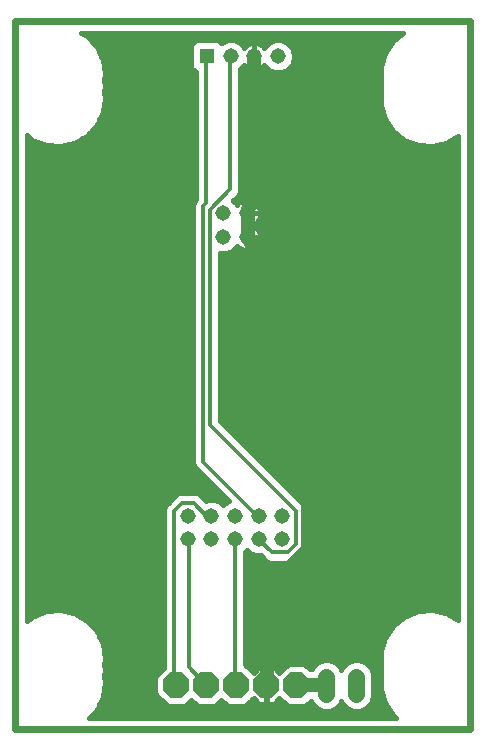
<source format=gtl>
G75*
%MOIN*%
%OFA0B0*%
%FSLAX25Y25*%
%IPPOS*%
%LPD*%
%AMOC8*
5,1,8,0,0,1.08239X$1,22.5*
%
%ADD10C,0.02400*%
%ADD11C,0.05150*%
%ADD12R,0.05150X0.05150*%
%ADD13C,0.05600*%
%ADD14OC8,0.08500*%
%ADD15C,0.01181*%
%ADD16C,0.04724*%
%ADD17C,0.01600*%
D10*
X0024406Y0031228D02*
X0175981Y0031228D01*
X0175981Y0267449D01*
X0024406Y0267449D01*
X0024406Y0031228D01*
D11*
X0081946Y0094575D03*
X0089820Y0094575D03*
X0097694Y0094575D03*
X0105568Y0094575D03*
X0113442Y0094575D03*
X0113442Y0102449D03*
X0105568Y0102449D03*
X0097694Y0102449D03*
X0089820Y0102449D03*
X0081946Y0102449D03*
X0093757Y0195362D03*
X0093757Y0203236D03*
X0101631Y0203236D03*
X0101631Y0195362D03*
X0104131Y0255638D03*
X0112005Y0255638D03*
X0096257Y0255638D03*
D12*
X0088383Y0255638D03*
D13*
X0128186Y0048713D02*
X0128186Y0043113D01*
X0138186Y0043113D02*
X0138186Y0048713D01*
D14*
X0118186Y0045913D03*
X0108186Y0045913D03*
X0098186Y0045913D03*
X0088186Y0045913D03*
X0078186Y0045913D03*
D15*
X0078048Y0046130D01*
X0077516Y0046661D01*
X0077516Y0104063D01*
X0080174Y0106720D01*
X0083894Y0106720D01*
X0088146Y0102469D01*
X0089741Y0102469D01*
X0089820Y0102449D01*
X0082300Y0094496D02*
X0081946Y0094575D01*
X0082300Y0094496D02*
X0082300Y0051976D01*
X0088146Y0046130D01*
X0088186Y0045913D01*
X0097713Y0046130D02*
X0098186Y0045913D01*
X0097713Y0046130D02*
X0097713Y0094496D01*
X0097694Y0094575D01*
X0105568Y0094575D02*
X0105686Y0094496D01*
X0109938Y0090244D01*
X0115253Y0090244D01*
X0117910Y0092902D01*
X0117910Y0104063D01*
X0089209Y0132764D01*
X0089209Y0204516D01*
X0096119Y0211425D01*
X0096119Y0255539D01*
X0096257Y0255638D01*
X0088383Y0255638D02*
X0088146Y0255539D01*
X0088146Y0206642D01*
X0087083Y0205579D01*
X0087083Y0120539D01*
X0105154Y0102469D01*
X0105568Y0102449D01*
D16*
X0122162Y0091307D02*
X0122162Y0174220D01*
X0103028Y0193354D01*
X0101631Y0195362D01*
X0101965Y0195480D01*
X0101965Y0202921D01*
X0101631Y0203236D01*
X0102497Y0205579D01*
X0104091Y0207173D01*
X0104091Y0255539D01*
X0104131Y0255638D01*
X0122162Y0091307D02*
X0108343Y0077488D01*
X0108343Y0046130D01*
X0108186Y0045913D01*
X0118186Y0045913D02*
X0118442Y0046130D01*
X0128009Y0046130D01*
X0128186Y0045913D01*
D17*
X0123082Y0040884D02*
X0123465Y0039959D01*
X0125031Y0038393D01*
X0127078Y0037545D01*
X0129293Y0037545D01*
X0131340Y0038393D01*
X0132906Y0039959D01*
X0133186Y0040633D01*
X0133465Y0039959D01*
X0135031Y0038393D01*
X0137078Y0037545D01*
X0139293Y0037545D01*
X0141340Y0038393D01*
X0142906Y0039959D01*
X0143754Y0042006D01*
X0143754Y0049821D01*
X0142906Y0051868D01*
X0141340Y0053434D01*
X0139293Y0054282D01*
X0137078Y0054282D01*
X0135031Y0053434D01*
X0133465Y0051868D01*
X0133186Y0051193D01*
X0132906Y0051868D01*
X0131340Y0053434D01*
X0129293Y0054282D01*
X0127078Y0054282D01*
X0125031Y0053434D01*
X0123465Y0051868D01*
X0123213Y0051261D01*
X0122764Y0051261D01*
X0121093Y0052932D01*
X0115279Y0052932D01*
X0112501Y0050154D01*
X0110692Y0051963D01*
X0108386Y0051963D01*
X0108386Y0046113D01*
X0107986Y0046113D01*
X0107986Y0051963D01*
X0105680Y0051963D01*
X0103871Y0050154D01*
X0101093Y0052932D01*
X0101072Y0052932D01*
X0101072Y0090397D01*
X0101631Y0090955D01*
X0102541Y0090045D01*
X0104505Y0089231D01*
X0106200Y0089231D01*
X0108035Y0087396D01*
X0109269Y0086885D01*
X0115921Y0086885D01*
X0117155Y0087396D01*
X0118100Y0088341D01*
X0120758Y0090999D01*
X0121269Y0092233D01*
X0121269Y0104731D01*
X0120758Y0105966D01*
X0119813Y0106911D01*
X0092568Y0134155D01*
X0092568Y0190071D01*
X0092694Y0190019D01*
X0094819Y0190019D01*
X0096783Y0190832D01*
X0098286Y0192335D01*
X0098340Y0192466D01*
X0098781Y0192025D01*
X0099338Y0191621D01*
X0099951Y0191308D01*
X0100606Y0191095D01*
X0101286Y0190987D01*
X0101630Y0190987D01*
X0101630Y0195362D01*
X0101631Y0195362D01*
X0101631Y0195362D01*
X0106005Y0195362D01*
X0106005Y0195018D01*
X0105898Y0194338D01*
X0105685Y0193683D01*
X0105372Y0193069D01*
X0104967Y0192512D01*
X0104481Y0192025D01*
X0103923Y0191621D01*
X0103310Y0191308D01*
X0102655Y0191095D01*
X0101975Y0190987D01*
X0101631Y0190987D01*
X0101631Y0195362D01*
X0106005Y0195362D01*
X0106005Y0195707D01*
X0105898Y0196387D01*
X0105685Y0197042D01*
X0105372Y0197655D01*
X0104967Y0198212D01*
X0104481Y0198699D01*
X0103923Y0199104D01*
X0103540Y0199299D01*
X0103923Y0199495D01*
X0104481Y0199899D01*
X0104967Y0200386D01*
X0105372Y0200943D01*
X0105685Y0201557D01*
X0105898Y0202212D01*
X0106005Y0202892D01*
X0106005Y0203236D01*
X0101631Y0203236D01*
X0101631Y0203236D01*
X0101631Y0195362D01*
X0101630Y0195362D01*
X0101630Y0199737D01*
X0101630Y0203236D01*
X0101631Y0203236D01*
X0106005Y0203236D01*
X0106005Y0203581D01*
X0105898Y0204261D01*
X0105685Y0204916D01*
X0105372Y0205529D01*
X0104967Y0206086D01*
X0104481Y0206573D01*
X0103923Y0206978D01*
X0103310Y0207291D01*
X0102655Y0207503D01*
X0101975Y0207611D01*
X0101631Y0207611D01*
X0101631Y0203236D01*
X0101630Y0203236D01*
X0101630Y0207611D01*
X0101286Y0207611D01*
X0100606Y0207503D01*
X0099951Y0207291D01*
X0099338Y0206978D01*
X0098781Y0206573D01*
X0098340Y0206133D01*
X0098286Y0206263D01*
X0096997Y0207553D01*
X0098966Y0209522D01*
X0099478Y0210757D01*
X0099478Y0251302D01*
X0100786Y0252611D01*
X0100840Y0252741D01*
X0101281Y0252301D01*
X0101838Y0251896D01*
X0102451Y0251584D01*
X0103106Y0251371D01*
X0103786Y0251263D01*
X0104130Y0251263D01*
X0104130Y0255638D01*
X0104130Y0260013D01*
X0103786Y0260013D01*
X0103106Y0259905D01*
X0102451Y0259692D01*
X0101838Y0259379D01*
X0101281Y0258975D01*
X0100840Y0258534D01*
X0100786Y0258665D01*
X0099283Y0260168D01*
X0097319Y0260981D01*
X0095194Y0260981D01*
X0093230Y0260168D01*
X0093074Y0260011D01*
X0092526Y0260560D01*
X0091508Y0260981D01*
X0085257Y0260981D01*
X0084240Y0260560D01*
X0083461Y0259781D01*
X0083039Y0258763D01*
X0083039Y0252512D01*
X0083461Y0251495D01*
X0084240Y0250716D01*
X0084787Y0250489D01*
X0084787Y0208033D01*
X0084236Y0207481D01*
X0083724Y0206247D01*
X0083724Y0119871D01*
X0084236Y0118637D01*
X0095534Y0107338D01*
X0094667Y0106979D01*
X0093757Y0106068D01*
X0092846Y0106979D01*
X0090882Y0107792D01*
X0088757Y0107792D01*
X0087920Y0107445D01*
X0086742Y0108623D01*
X0085797Y0109568D01*
X0084563Y0110080D01*
X0079506Y0110080D01*
X0078271Y0109568D01*
X0075614Y0106911D01*
X0074669Y0105966D01*
X0074157Y0104731D01*
X0074157Y0051811D01*
X0071167Y0048821D01*
X0071167Y0043006D01*
X0075279Y0038895D01*
X0081093Y0038895D01*
X0083186Y0040988D01*
X0085279Y0038895D01*
X0091093Y0038895D01*
X0093186Y0040988D01*
X0095279Y0038895D01*
X0101093Y0038895D01*
X0103871Y0041673D01*
X0105680Y0039863D01*
X0107986Y0039863D01*
X0107986Y0045713D01*
X0108386Y0045713D01*
X0108386Y0039863D01*
X0110692Y0039863D01*
X0112501Y0041673D01*
X0115279Y0038895D01*
X0121093Y0038895D01*
X0123082Y0040884D01*
X0123700Y0039724D02*
X0121922Y0039724D01*
X0125677Y0038125D02*
X0051667Y0038125D01*
X0051543Y0037869D02*
X0053634Y0042211D01*
X0053634Y0042211D01*
X0054353Y0046976D01*
X0054056Y0048945D01*
X0054353Y0050913D01*
X0073260Y0050913D01*
X0074157Y0052512D02*
X0054112Y0052512D01*
X0054056Y0052882D02*
X0054353Y0054850D01*
X0053634Y0059616D01*
X0051543Y0063958D01*
X0048266Y0067490D01*
X0048266Y0067490D01*
X0044092Y0069900D01*
X0039394Y0070972D01*
X0034588Y0070612D01*
X0030102Y0068851D01*
X0028375Y0067474D01*
X0028375Y0229235D01*
X0030102Y0227857D01*
X0030102Y0227857D01*
X0034588Y0226097D01*
X0034588Y0226097D01*
X0039394Y0225737D01*
X0044092Y0226809D01*
X0048266Y0229218D01*
X0048266Y0229218D01*
X0051543Y0232751D01*
X0053634Y0237093D01*
X0053634Y0237093D01*
X0054353Y0241858D01*
X0054056Y0243827D01*
X0054353Y0245795D01*
X0054056Y0247764D01*
X0054353Y0249732D01*
X0053634Y0254498D01*
X0051543Y0258839D01*
X0048266Y0262372D01*
X0046346Y0263480D01*
X0153801Y0263480D01*
X0150350Y0260729D01*
X0150350Y0260729D01*
X0147636Y0256747D01*
X0146215Y0252142D01*
X0146215Y0239449D01*
X0147636Y0234844D01*
X0150350Y0230862D01*
X0150350Y0230862D01*
X0150350Y0230862D01*
X0154118Y0227857D01*
X0158604Y0226097D01*
X0163410Y0225737D01*
X0168108Y0226809D01*
X0172012Y0229063D01*
X0172012Y0067645D01*
X0168108Y0069900D01*
X0163410Y0070972D01*
X0163410Y0070972D01*
X0158604Y0070612D01*
X0158604Y0070612D01*
X0154118Y0068851D01*
X0150350Y0065847D01*
X0150350Y0065847D01*
X0147636Y0061865D01*
X0146215Y0057260D01*
X0146215Y0044567D01*
X0147636Y0039962D01*
X0147636Y0039962D01*
X0150350Y0035980D01*
X0150350Y0035980D01*
X0150350Y0035980D01*
X0151332Y0035197D01*
X0049064Y0035197D01*
X0051543Y0037869D01*
X0051543Y0037869D01*
X0050298Y0036527D02*
X0149977Y0036527D01*
X0148888Y0038125D02*
X0140695Y0038125D01*
X0142671Y0039724D02*
X0147798Y0039724D01*
X0147216Y0041322D02*
X0143471Y0041322D01*
X0143754Y0042921D02*
X0146723Y0042921D01*
X0146230Y0044519D02*
X0143754Y0044519D01*
X0143754Y0046118D02*
X0146215Y0046118D01*
X0146215Y0047716D02*
X0143754Y0047716D01*
X0143754Y0049315D02*
X0146215Y0049315D01*
X0146215Y0050913D02*
X0143302Y0050913D01*
X0142262Y0052512D02*
X0146215Y0052512D01*
X0146215Y0054110D02*
X0139707Y0054110D01*
X0136664Y0054110D02*
X0129707Y0054110D01*
X0132262Y0052512D02*
X0134109Y0052512D01*
X0126664Y0054110D02*
X0101072Y0054110D01*
X0101072Y0055709D02*
X0146215Y0055709D01*
X0146230Y0057307D02*
X0101072Y0057307D01*
X0101072Y0058906D02*
X0146723Y0058906D01*
X0147216Y0060504D02*
X0101072Y0060504D01*
X0101072Y0062103D02*
X0147798Y0062103D01*
X0147636Y0061865D02*
X0147636Y0061865D01*
X0148888Y0063701D02*
X0101072Y0063701D01*
X0101072Y0065300D02*
X0149978Y0065300D01*
X0151669Y0066898D02*
X0101072Y0066898D01*
X0101072Y0068497D02*
X0153674Y0068497D01*
X0154118Y0068851D02*
X0154118Y0068851D01*
X0157288Y0070096D02*
X0101072Y0070096D01*
X0101072Y0071694D02*
X0172012Y0071694D01*
X0172012Y0070096D02*
X0167250Y0070096D01*
X0168108Y0069900D02*
X0168108Y0069900D01*
X0170537Y0068497D02*
X0172012Y0068497D01*
X0172012Y0073293D02*
X0101072Y0073293D01*
X0101072Y0074891D02*
X0172012Y0074891D01*
X0172012Y0076490D02*
X0101072Y0076490D01*
X0101072Y0078088D02*
X0172012Y0078088D01*
X0172012Y0079687D02*
X0101072Y0079687D01*
X0101072Y0081285D02*
X0172012Y0081285D01*
X0172012Y0082884D02*
X0101072Y0082884D01*
X0101072Y0084482D02*
X0172012Y0084482D01*
X0172012Y0086081D02*
X0101072Y0086081D01*
X0101072Y0087679D02*
X0107752Y0087679D01*
X0104393Y0089278D02*
X0101072Y0089278D01*
X0101552Y0090876D02*
X0101710Y0090876D01*
X0094549Y0106861D02*
X0092964Y0106861D01*
X0094412Y0108460D02*
X0086905Y0108460D01*
X0084614Y0110058D02*
X0092814Y0110058D01*
X0091215Y0111657D02*
X0028375Y0111657D01*
X0028375Y0113255D02*
X0089617Y0113255D01*
X0088018Y0114854D02*
X0028375Y0114854D01*
X0028375Y0116452D02*
X0086420Y0116452D01*
X0084821Y0118051D02*
X0028375Y0118051D01*
X0028375Y0119649D02*
X0083816Y0119649D01*
X0083724Y0121248D02*
X0028375Y0121248D01*
X0028375Y0122846D02*
X0083724Y0122846D01*
X0083724Y0124445D02*
X0028375Y0124445D01*
X0028375Y0126043D02*
X0083724Y0126043D01*
X0083724Y0127642D02*
X0028375Y0127642D01*
X0028375Y0129240D02*
X0083724Y0129240D01*
X0083724Y0130839D02*
X0028375Y0130839D01*
X0028375Y0132437D02*
X0083724Y0132437D01*
X0083724Y0134036D02*
X0028375Y0134036D01*
X0028375Y0135634D02*
X0083724Y0135634D01*
X0083724Y0137233D02*
X0028375Y0137233D01*
X0028375Y0138832D02*
X0083724Y0138832D01*
X0083724Y0140430D02*
X0028375Y0140430D01*
X0028375Y0142029D02*
X0083724Y0142029D01*
X0083724Y0143627D02*
X0028375Y0143627D01*
X0028375Y0145226D02*
X0083724Y0145226D01*
X0083724Y0146824D02*
X0028375Y0146824D01*
X0028375Y0148423D02*
X0083724Y0148423D01*
X0083724Y0150021D02*
X0028375Y0150021D01*
X0028375Y0151620D02*
X0083724Y0151620D01*
X0083724Y0153218D02*
X0028375Y0153218D01*
X0028375Y0154817D02*
X0083724Y0154817D01*
X0083724Y0156415D02*
X0028375Y0156415D01*
X0028375Y0158014D02*
X0083724Y0158014D01*
X0083724Y0159612D02*
X0028375Y0159612D01*
X0028375Y0161211D02*
X0083724Y0161211D01*
X0083724Y0162809D02*
X0028375Y0162809D01*
X0028375Y0164408D02*
X0083724Y0164408D01*
X0083724Y0166006D02*
X0028375Y0166006D01*
X0028375Y0167605D02*
X0083724Y0167605D01*
X0083724Y0169203D02*
X0028375Y0169203D01*
X0028375Y0170802D02*
X0083724Y0170802D01*
X0083724Y0172400D02*
X0028375Y0172400D01*
X0028375Y0173999D02*
X0083724Y0173999D01*
X0083724Y0175597D02*
X0028375Y0175597D01*
X0028375Y0177196D02*
X0083724Y0177196D01*
X0083724Y0178794D02*
X0028375Y0178794D01*
X0028375Y0180393D02*
X0083724Y0180393D01*
X0083724Y0181991D02*
X0028375Y0181991D01*
X0028375Y0183590D02*
X0083724Y0183590D01*
X0083724Y0185188D02*
X0028375Y0185188D01*
X0028375Y0186787D02*
X0083724Y0186787D01*
X0083724Y0188385D02*
X0028375Y0188385D01*
X0028375Y0189984D02*
X0083724Y0189984D01*
X0083724Y0191582D02*
X0028375Y0191582D01*
X0028375Y0193181D02*
X0083724Y0193181D01*
X0083724Y0194779D02*
X0028375Y0194779D01*
X0028375Y0196378D02*
X0083724Y0196378D01*
X0083724Y0197976D02*
X0028375Y0197976D01*
X0028375Y0199575D02*
X0083724Y0199575D01*
X0083724Y0201173D02*
X0028375Y0201173D01*
X0028375Y0202772D02*
X0083724Y0202772D01*
X0083724Y0204370D02*
X0028375Y0204370D01*
X0028375Y0205969D02*
X0083724Y0205969D01*
X0084322Y0207567D02*
X0028375Y0207567D01*
X0028375Y0209166D02*
X0084787Y0209166D01*
X0084787Y0210765D02*
X0028375Y0210765D01*
X0028375Y0212363D02*
X0084787Y0212363D01*
X0084787Y0213962D02*
X0028375Y0213962D01*
X0028375Y0215560D02*
X0084787Y0215560D01*
X0084787Y0217159D02*
X0028375Y0217159D01*
X0028375Y0218757D02*
X0084787Y0218757D01*
X0084787Y0220356D02*
X0028375Y0220356D01*
X0028375Y0221954D02*
X0084787Y0221954D01*
X0084787Y0223553D02*
X0028375Y0223553D01*
X0028375Y0225151D02*
X0084787Y0225151D01*
X0084787Y0226750D02*
X0043832Y0226750D01*
X0046758Y0228348D02*
X0084787Y0228348D01*
X0084787Y0229947D02*
X0048941Y0229947D01*
X0050424Y0231545D02*
X0084787Y0231545D01*
X0084787Y0233144D02*
X0051732Y0233144D01*
X0052502Y0234742D02*
X0084787Y0234742D01*
X0084787Y0236341D02*
X0053272Y0236341D01*
X0053762Y0237939D02*
X0084787Y0237939D01*
X0084787Y0239538D02*
X0054003Y0239538D01*
X0054244Y0241136D02*
X0084787Y0241136D01*
X0084787Y0242735D02*
X0054221Y0242735D01*
X0054132Y0244333D02*
X0084787Y0244333D01*
X0084787Y0245932D02*
X0054332Y0245932D01*
X0054353Y0245795D02*
X0054353Y0245795D01*
X0054091Y0247530D02*
X0084787Y0247530D01*
X0084787Y0249129D02*
X0054262Y0249129D01*
X0054203Y0250727D02*
X0084228Y0250727D01*
X0083116Y0252326D02*
X0053962Y0252326D01*
X0053721Y0253924D02*
X0083039Y0253924D01*
X0083039Y0255523D02*
X0053141Y0255523D01*
X0053634Y0254498D02*
X0053634Y0254498D01*
X0052371Y0257121D02*
X0083039Y0257121D01*
X0083039Y0258720D02*
X0051601Y0258720D01*
X0051543Y0258839D02*
X0051543Y0258839D01*
X0050171Y0260318D02*
X0083998Y0260318D01*
X0092767Y0260318D02*
X0093594Y0260318D01*
X0098919Y0260318D02*
X0109342Y0260318D01*
X0108978Y0260168D02*
X0107475Y0258665D01*
X0107421Y0258534D01*
X0106981Y0258975D01*
X0106423Y0259379D01*
X0105810Y0259692D01*
X0105155Y0259905D01*
X0104475Y0260013D01*
X0104131Y0260013D01*
X0104131Y0255638D01*
X0104130Y0255638D01*
X0104131Y0255638D01*
X0104131Y0251263D01*
X0104475Y0251263D01*
X0105155Y0251371D01*
X0105810Y0251584D01*
X0106423Y0251896D01*
X0106981Y0252301D01*
X0107421Y0252741D01*
X0107475Y0252611D01*
X0108978Y0251108D01*
X0110942Y0250294D01*
X0113067Y0250294D01*
X0115031Y0251108D01*
X0116534Y0252611D01*
X0117348Y0254575D01*
X0117348Y0256701D01*
X0116534Y0258665D01*
X0115031Y0260168D01*
X0113067Y0260981D01*
X0110942Y0260981D01*
X0108978Y0260168D01*
X0107530Y0258720D02*
X0107235Y0258720D01*
X0104131Y0258720D02*
X0104130Y0258720D01*
X0104130Y0257121D02*
X0104131Y0257121D01*
X0104130Y0255523D02*
X0104131Y0255523D01*
X0104130Y0253924D02*
X0104131Y0253924D01*
X0104130Y0252326D02*
X0104131Y0252326D01*
X0107005Y0252326D02*
X0107760Y0252326D01*
X0109897Y0250727D02*
X0099478Y0250727D01*
X0099478Y0249129D02*
X0146215Y0249129D01*
X0146215Y0250727D02*
X0114112Y0250727D01*
X0116249Y0252326D02*
X0146272Y0252326D01*
X0146765Y0253924D02*
X0117078Y0253924D01*
X0117348Y0255523D02*
X0147258Y0255523D01*
X0147891Y0257121D02*
X0117174Y0257121D01*
X0116479Y0258720D02*
X0148981Y0258720D01*
X0150071Y0260318D02*
X0114667Y0260318D01*
X0101026Y0258720D02*
X0100731Y0258720D01*
X0100501Y0252326D02*
X0101256Y0252326D01*
X0099478Y0247530D02*
X0146215Y0247530D01*
X0146215Y0245932D02*
X0099478Y0245932D01*
X0099478Y0244333D02*
X0146215Y0244333D01*
X0146215Y0242735D02*
X0099478Y0242735D01*
X0099478Y0241136D02*
X0146215Y0241136D01*
X0146215Y0239538D02*
X0099478Y0239538D01*
X0099478Y0237939D02*
X0146681Y0237939D01*
X0147174Y0236341D02*
X0099478Y0236341D01*
X0099478Y0234742D02*
X0147705Y0234742D01*
X0147636Y0234844D02*
X0147636Y0234844D01*
X0148795Y0233144D02*
X0099478Y0233144D01*
X0099478Y0231545D02*
X0149884Y0231545D01*
X0151498Y0229947D02*
X0099478Y0229947D01*
X0099478Y0228348D02*
X0153502Y0228348D01*
X0154118Y0227857D02*
X0154118Y0227857D01*
X0156940Y0226750D02*
X0099478Y0226750D01*
X0099478Y0225151D02*
X0172012Y0225151D01*
X0172012Y0223553D02*
X0099478Y0223553D01*
X0099478Y0221954D02*
X0172012Y0221954D01*
X0172012Y0220356D02*
X0099478Y0220356D01*
X0099478Y0218757D02*
X0172012Y0218757D01*
X0172012Y0217159D02*
X0099478Y0217159D01*
X0099478Y0215560D02*
X0172012Y0215560D01*
X0172012Y0213962D02*
X0099478Y0213962D01*
X0099478Y0212363D02*
X0172012Y0212363D01*
X0172012Y0210765D02*
X0099478Y0210765D01*
X0098610Y0209166D02*
X0172012Y0209166D01*
X0172012Y0207567D02*
X0102250Y0207567D01*
X0101631Y0207567D02*
X0101630Y0207567D01*
X0101012Y0207567D02*
X0097011Y0207567D01*
X0101630Y0205969D02*
X0101631Y0205969D01*
X0101630Y0204370D02*
X0101631Y0204370D01*
X0101630Y0202772D02*
X0101631Y0202772D01*
X0101630Y0201173D02*
X0101631Y0201173D01*
X0101630Y0199575D02*
X0101631Y0199575D01*
X0101630Y0197976D02*
X0101631Y0197976D01*
X0101630Y0196378D02*
X0101631Y0196378D01*
X0101630Y0194779D02*
X0101631Y0194779D01*
X0101630Y0193181D02*
X0101631Y0193181D01*
X0101630Y0191582D02*
X0101631Y0191582D01*
X0103849Y0191582D02*
X0172012Y0191582D01*
X0172012Y0189984D02*
X0092568Y0189984D01*
X0092568Y0188385D02*
X0172012Y0188385D01*
X0172012Y0186787D02*
X0092568Y0186787D01*
X0092568Y0185188D02*
X0172012Y0185188D01*
X0172012Y0183590D02*
X0092568Y0183590D01*
X0092568Y0181991D02*
X0172012Y0181991D01*
X0172012Y0180393D02*
X0092568Y0180393D01*
X0092568Y0178794D02*
X0172012Y0178794D01*
X0172012Y0177196D02*
X0092568Y0177196D01*
X0092568Y0175597D02*
X0172012Y0175597D01*
X0172012Y0173999D02*
X0092568Y0173999D01*
X0092568Y0172400D02*
X0172012Y0172400D01*
X0172012Y0170802D02*
X0092568Y0170802D01*
X0092568Y0169203D02*
X0172012Y0169203D01*
X0172012Y0167605D02*
X0092568Y0167605D01*
X0092568Y0166006D02*
X0172012Y0166006D01*
X0172012Y0164408D02*
X0092568Y0164408D01*
X0092568Y0162809D02*
X0172012Y0162809D01*
X0172012Y0161211D02*
X0092568Y0161211D01*
X0092568Y0159612D02*
X0172012Y0159612D01*
X0172012Y0158014D02*
X0092568Y0158014D01*
X0092568Y0156415D02*
X0172012Y0156415D01*
X0172012Y0154817D02*
X0092568Y0154817D01*
X0092568Y0153218D02*
X0172012Y0153218D01*
X0172012Y0151620D02*
X0092568Y0151620D01*
X0092568Y0150021D02*
X0172012Y0150021D01*
X0172012Y0148423D02*
X0092568Y0148423D01*
X0092568Y0146824D02*
X0172012Y0146824D01*
X0172012Y0145226D02*
X0092568Y0145226D01*
X0092568Y0143627D02*
X0172012Y0143627D01*
X0172012Y0142029D02*
X0092568Y0142029D01*
X0092568Y0140430D02*
X0172012Y0140430D01*
X0172012Y0138832D02*
X0092568Y0138832D01*
X0092568Y0137233D02*
X0172012Y0137233D01*
X0172012Y0135634D02*
X0092568Y0135634D01*
X0092688Y0134036D02*
X0172012Y0134036D01*
X0172012Y0132437D02*
X0094286Y0132437D01*
X0095885Y0130839D02*
X0172012Y0130839D01*
X0172012Y0129240D02*
X0097483Y0129240D01*
X0099082Y0127642D02*
X0172012Y0127642D01*
X0172012Y0126043D02*
X0100680Y0126043D01*
X0102279Y0124445D02*
X0172012Y0124445D01*
X0172012Y0122846D02*
X0103877Y0122846D01*
X0105476Y0121248D02*
X0172012Y0121248D01*
X0172012Y0119649D02*
X0107074Y0119649D01*
X0108673Y0118051D02*
X0172012Y0118051D01*
X0172012Y0116452D02*
X0110271Y0116452D01*
X0111870Y0114854D02*
X0172012Y0114854D01*
X0172012Y0113255D02*
X0113468Y0113255D01*
X0115067Y0111657D02*
X0172012Y0111657D01*
X0172012Y0110058D02*
X0116665Y0110058D01*
X0118264Y0108460D02*
X0172012Y0108460D01*
X0172012Y0106861D02*
X0119862Y0106861D01*
X0121049Y0105263D02*
X0172012Y0105263D01*
X0172012Y0103664D02*
X0121269Y0103664D01*
X0121269Y0102066D02*
X0172012Y0102066D01*
X0172012Y0100467D02*
X0121269Y0100467D01*
X0121269Y0098869D02*
X0172012Y0098869D01*
X0172012Y0097270D02*
X0121269Y0097270D01*
X0121269Y0095672D02*
X0172012Y0095672D01*
X0172012Y0094073D02*
X0121269Y0094073D01*
X0121269Y0092475D02*
X0172012Y0092475D01*
X0172012Y0090876D02*
X0120635Y0090876D01*
X0119037Y0089278D02*
X0172012Y0089278D01*
X0172012Y0087679D02*
X0117438Y0087679D01*
X0114859Y0052512D02*
X0101513Y0052512D01*
X0103111Y0050913D02*
X0104630Y0050913D01*
X0107986Y0050913D02*
X0108386Y0050913D01*
X0108386Y0049315D02*
X0107986Y0049315D01*
X0107986Y0047716D02*
X0108386Y0047716D01*
X0108386Y0046118D02*
X0107986Y0046118D01*
X0107986Y0044519D02*
X0108386Y0044519D01*
X0108386Y0042921D02*
X0107986Y0042921D01*
X0107986Y0041322D02*
X0108386Y0041322D01*
X0104221Y0041322D02*
X0103520Y0041322D01*
X0101922Y0039724D02*
X0114450Y0039724D01*
X0112851Y0041322D02*
X0112151Y0041322D01*
X0111742Y0050913D02*
X0113260Y0050913D01*
X0121513Y0052512D02*
X0124109Y0052512D01*
X0132671Y0039724D02*
X0133700Y0039724D01*
X0135677Y0038125D02*
X0130695Y0038125D01*
X0094450Y0039724D02*
X0091922Y0039724D01*
X0084450Y0039724D02*
X0081922Y0039724D01*
X0074450Y0039724D02*
X0052437Y0039724D01*
X0053206Y0041322D02*
X0072851Y0041322D01*
X0071253Y0042921D02*
X0053741Y0042921D01*
X0053982Y0044519D02*
X0071167Y0044519D01*
X0071167Y0046118D02*
X0054223Y0046118D01*
X0054241Y0047716D02*
X0071167Y0047716D01*
X0071662Y0049315D02*
X0054112Y0049315D01*
X0054353Y0050913D02*
X0054056Y0052882D01*
X0054241Y0054110D02*
X0074157Y0054110D01*
X0074157Y0055709D02*
X0054223Y0055709D01*
X0053982Y0057307D02*
X0074157Y0057307D01*
X0074157Y0058906D02*
X0053741Y0058906D01*
X0053634Y0059616D02*
X0053634Y0059616D01*
X0053206Y0060504D02*
X0074157Y0060504D01*
X0074157Y0062103D02*
X0052437Y0062103D01*
X0051667Y0063701D02*
X0074157Y0063701D01*
X0074157Y0065300D02*
X0050298Y0065300D01*
X0051543Y0063958D02*
X0051543Y0063958D01*
X0048815Y0066898D02*
X0074157Y0066898D01*
X0074157Y0068497D02*
X0046522Y0068497D01*
X0044092Y0069900D02*
X0044092Y0069900D01*
X0043234Y0070096D02*
X0074157Y0070096D01*
X0074157Y0071694D02*
X0028375Y0071694D01*
X0028375Y0070096D02*
X0033272Y0070096D01*
X0034588Y0070612D02*
X0034588Y0070612D01*
X0039394Y0070972D02*
X0039394Y0070972D01*
X0030102Y0068851D02*
X0030102Y0068851D01*
X0029658Y0068497D02*
X0028375Y0068497D01*
X0028375Y0073293D02*
X0074157Y0073293D01*
X0074157Y0074891D02*
X0028375Y0074891D01*
X0028375Y0076490D02*
X0074157Y0076490D01*
X0074157Y0078088D02*
X0028375Y0078088D01*
X0028375Y0079687D02*
X0074157Y0079687D01*
X0074157Y0081285D02*
X0028375Y0081285D01*
X0028375Y0082884D02*
X0074157Y0082884D01*
X0074157Y0084482D02*
X0028375Y0084482D01*
X0028375Y0086081D02*
X0074157Y0086081D01*
X0074157Y0087679D02*
X0028375Y0087679D01*
X0028375Y0089278D02*
X0074157Y0089278D01*
X0074157Y0090876D02*
X0028375Y0090876D01*
X0028375Y0092475D02*
X0074157Y0092475D01*
X0074157Y0094073D02*
X0028375Y0094073D01*
X0028375Y0095672D02*
X0074157Y0095672D01*
X0074157Y0097270D02*
X0028375Y0097270D01*
X0028375Y0098869D02*
X0074157Y0098869D01*
X0074157Y0100467D02*
X0028375Y0100467D01*
X0028375Y0102066D02*
X0074157Y0102066D01*
X0074157Y0103664D02*
X0028375Y0103664D01*
X0028375Y0105263D02*
X0074378Y0105263D01*
X0075564Y0106861D02*
X0028375Y0106861D01*
X0028375Y0108460D02*
X0077163Y0108460D01*
X0079455Y0110058D02*
X0028375Y0110058D01*
X0097533Y0191582D02*
X0099413Y0191582D01*
X0105429Y0193181D02*
X0172012Y0193181D01*
X0172012Y0194779D02*
X0105968Y0194779D01*
X0105899Y0196378D02*
X0172012Y0196378D01*
X0172012Y0197976D02*
X0105139Y0197976D01*
X0104034Y0199575D02*
X0172012Y0199575D01*
X0172012Y0201173D02*
X0105489Y0201173D01*
X0105986Y0202772D02*
X0172012Y0202772D01*
X0172012Y0204370D02*
X0105862Y0204370D01*
X0105053Y0205969D02*
X0172012Y0205969D01*
X0163410Y0225737D02*
X0163410Y0225737D01*
X0167848Y0226750D02*
X0172012Y0226750D01*
X0172012Y0228348D02*
X0170774Y0228348D01*
X0168108Y0226809D02*
X0168108Y0226809D01*
X0158604Y0226097D02*
X0158604Y0226097D01*
X0151840Y0261917D02*
X0048688Y0261917D01*
X0032924Y0226750D02*
X0028375Y0226750D01*
X0028375Y0228348D02*
X0029487Y0228348D01*
X0039394Y0225737D02*
X0039394Y0225737D01*
M02*

</source>
